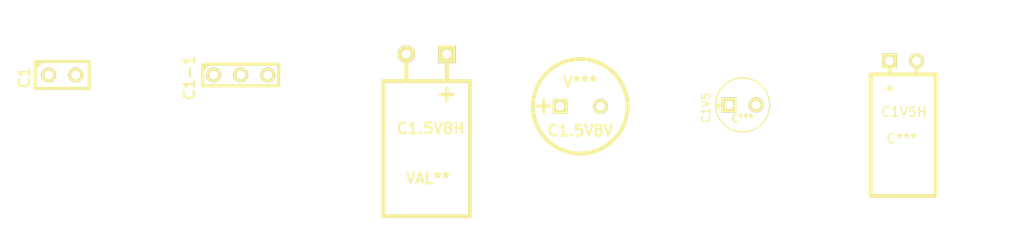
<source format=kicad_pcb>
(kicad_pcb (version 3) (host pcbnew "(2013-02-27 BZR 3976)-stable")

  (general
    (links 0)
    (no_connects 0)
    (area 0 0 0 0)
    (thickness 1.6)
    (drawings 18)
    (tracks 0)
    (zones 0)
    (modules 6)
    (nets 1)
  )

  (page A)
  (layers
    (15 F.Cu signal)
    (0 B.Cu signal)
    (16 B.Adhes user)
    (17 F.Adhes user)
    (18 B.Paste user)
    (19 F.Paste user)
    (20 B.SilkS user)
    (21 F.SilkS user)
    (22 B.Mask user)
    (23 F.Mask user)
    (24 Dwgs.User user)
    (25 Cmts.User user)
    (26 Eco1.User user)
    (27 Eco2.User user)
    (28 Edge.Cuts user)
  )

  (setup
    (last_trace_width 0.254)
    (trace_clearance 0.254)
    (zone_clearance 0.508)
    (zone_45_only no)
    (trace_min 0.254)
    (segment_width 0.2)
    (edge_width 0.15)
    (via_size 0.889)
    (via_drill 0.635)
    (via_min_size 0.889)
    (via_min_drill 0.508)
    (uvia_size 0.508)
    (uvia_drill 0.127)
    (uvias_allowed no)
    (uvia_min_size 0.508)
    (uvia_min_drill 0.127)
    (pcb_text_width 0.3)
    (pcb_text_size 1.5 1.5)
    (mod_edge_width 0.15)
    (mod_text_size 1.5 1.5)
    (mod_text_width 0.15)
    (pad_size 1.524 1.524)
    (pad_drill 0.762)
    (pad_to_mask_clearance 0.2)
    (aux_axis_origin 0 0)
    (visible_elements FFFFFFBF)
    (pcbplotparams
      (layerselection 3178497)
      (usegerberextensions true)
      (excludeedgelayer true)
      (linewidth 100000)
      (plotframeref false)
      (viasonmask false)
      (mode 1)
      (useauxorigin false)
      (hpglpennumber 1)
      (hpglpenspeed 20)
      (hpglpendiameter 15)
      (hpglpenoverlay 2)
      (psnegative false)
      (psa4output false)
      (plotreference true)
      (plotvalue true)
      (plotothertext true)
      (plotinvisibletext false)
      (padsonsilk false)
      (subtractmaskfromsilk false)
      (outputformat 1)
      (mirror false)
      (drillshape 1)
      (scaleselection 1)
      (outputdirectory ""))
  )

  (net 0 "")

  (net_class Default "This is the default net class."
    (clearance 0.254)
    (trace_width 0.254)
    (via_dia 0.889)
    (via_drill 0.635)
    (uvia_dia 0.508)
    (uvia_drill 0.127)
    (add_net "")
  )

  (module C1 (layer F.Cu) (tedit 513E1250) (tstamp 513E1D63)
    (at 19.029 20.452)
    (descr "Condensateur e = 1 pas")
    (tags C)
    (fp_text reference C1 (at -3.556 0.254 90) (layer F.SilkS)
      (effects (font (size 1.016 1.016) (thickness 0.2032)))
    )
    (fp_text value V*** (at 0 -2.286) (layer F.SilkS) hide
      (effects (font (size 1.016 1.016) (thickness 0.2032)))
    )
    (fp_line (start -2.4892 -1.27) (end 2.54 -1.27) (layer F.SilkS) (width 0.3048))
    (fp_line (start 2.54 -1.27) (end 2.54 1.27) (layer F.SilkS) (width 0.3048))
    (fp_line (start 2.54 1.27) (end -2.54 1.27) (layer F.SilkS) (width 0.3048))
    (fp_line (start -2.54 1.27) (end -2.54 -1.27) (layer F.SilkS) (width 0.3048))
    (fp_line (start -2.54 -0.635) (end -1.905 -1.27) (layer F.SilkS) (width 0.3048))
    (pad 1 thru_hole circle (at -1.27 0) (size 1.397 1.397) (drill 0.8128)
      (layers *.Cu *.Mask F.SilkS)
    )
    (pad 2 thru_hole circle (at 1.27 0) (size 1.397 1.397) (drill 0.8128)
      (layers *.Cu *.Mask F.SilkS)
    )
    (model discret/capa_1_pas.wrl
      (at (xyz 0 0 0))
      (scale (xyz 1 1 1))
      (rotate (xyz 0 0 0))
    )
  )

  (module C1-1 (layer F.Cu) (tedit 513E124A) (tstamp 513E2379)
    (at 35.793 20.452)
    (descr "Condensateur e = 1 ou 2 pas")
    (tags C)
    (fp_text reference C1-1 (at -4.826 0.254 90) (layer F.SilkS)
      (effects (font (size 1.016 1.016) (thickness 0.2032)))
    )
    (fp_text value C*** (at 0 2.032) (layer F.SilkS) hide
      (effects (font (size 1.016 1.016) (thickness 0.2032)))
    )
    (fp_line (start -3.556 -1.016) (end 3.556 -1.016) (layer F.SilkS) (width 0.3048))
    (fp_line (start 3.556 -1.016) (end 3.556 1.016) (layer F.SilkS) (width 0.3048))
    (fp_line (start 3.556 1.016) (end -3.556 1.016) (layer F.SilkS) (width 0.3048))
    (fp_line (start -3.556 1.016) (end -3.556 -1.016) (layer F.SilkS) (width 0.3048))
    (fp_line (start -3.556 -0.508) (end -3.048 -1.016) (layer F.SilkS) (width 0.3048))
    (pad 1 thru_hole circle (at -2.54 0) (size 1.397 1.397) (drill 0.8128)
      (layers *.Cu *.Mask F.SilkS)
    )
    (pad 2 thru_hole circle (at 2.54 0) (size 1.397 1.397) (drill 0.8128)
      (layers *.Cu *.Mask F.SilkS)
    )
    (pad 2 thru_hole circle (at 0 0) (size 1.397 1.397) (drill 0.8128)
      (layers *.Cu *.Mask F.SilkS)
    )
    (model discret/capa_2pas_5x5mm.wrl
      (at (xyz 0 0 0))
      (scale (xyz 1 1 1))
      (rotate (xyz 0 0 0))
    )
  )

  (module C1.5V8H (layer F.Cu) (tedit 41AF2D97) (tstamp 513E299F)
    (at 53.2428 18.4962)
    (fp_text reference C1.5V8H (at 0.381 6.985) (layer F.SilkS)
      (effects (font (size 1.016 1.016) (thickness 0.2032)))
    )
    (fp_text value VAL** (at 0.127 11.684) (layer F.SilkS)
      (effects (font (size 1.016 1.016) (thickness 0.2032)))
    )
    (fp_text user + (at 1.905 3.683) (layer F.SilkS)
      (effects (font (size 1.524 1.524) (thickness 0.3048)))
    )
    (fp_line (start -4.064 15.24) (end 4.064 15.24) (layer F.SilkS) (width 0.381))
    (fp_line (start 4.064 2.54) (end -4.064 2.54) (layer F.SilkS) (width 0.381))
    (fp_line (start -4.064 2.54) (end -4.064 15.24) (layer F.SilkS) (width 0.381))
    (fp_line (start 4.064 2.54) (end 4.064 15.24) (layer F.SilkS) (width 0.381))
    (fp_line (start -1.905 0) (end -1.905 2.54) (layer F.SilkS) (width 0.381))
    (fp_line (start 1.905 0) (end 1.905 2.54) (layer F.SilkS) (width 0.381))
    (pad 1 thru_hole rect (at 1.905 0) (size 1.651 1.651) (drill 0.8128)
      (layers *.Cu *.Mask F.SilkS)
    )
    (pad 2 thru_hole circle (at -1.905 0) (size 1.651 1.651) (drill 0.8128)
      (layers *.Cu *.Mask F.SilkS)
    )
    (model discret/c_horiz_c1v7.wrl
      (at (xyz 0 0 0))
      (scale (xyz 1.5 1.5 1.5))
      (rotate (xyz 0 0 0))
    )
  )

  (module C1.5V8V (layer F.Cu) (tedit 4512B232) (tstamp 513E2FA7)
    (at 67.67 23.3984)
    (fp_text reference C1.5V8V (at 0 2.286) (layer F.SilkS)
      (effects (font (size 1.016 1.016) (thickness 0.2032)))
    )
    (fp_text value V*** (at 0 -2.286) (layer F.SilkS)
      (effects (font (size 1.016 1.016) (thickness 0.2032)))
    )
    (fp_text user + (at -3.429 -0.127) (layer F.SilkS)
      (effects (font (size 1.524 1.524) (thickness 0.3048)))
    )
    (fp_circle (center 0 0) (end 0 4.445) (layer F.SilkS) (width 0.381))
    (pad 1 thru_hole rect (at -1.905 0) (size 1.397 1.397) (drill 0.8128)
      (layers *.Cu *.Mask F.SilkS)
    )
    (pad 2 thru_hole circle (at 1.905 0) (size 1.397 1.397) (drill 0.8128)
      (layers *.Cu *.Mask F.SilkS)
    )
    (model discret/c_vert_c1v8.wrl
      (at (xyz 0 0 0))
      (scale (xyz 1.5 1.5 1))
      (rotate (xyz 0 0 0))
    )
  )

  (module C1V5 (layer F.Cu) (tedit 513E13B8) (tstamp 513E35CD)
    (at 82.91 23.2714)
    (descr "Condensateur e = 1 pas")
    (tags C)
    (fp_text reference C1V5 (at -3.429 0.2794 90) (layer F.SilkS)
      (effects (font (size 0.762 0.762) (thickness 0.127)))
    )
    (fp_text value C*** (at 0 1.27) (layer F.SilkS)
      (effects (font (size 0.762 0.635) (thickness 0.127)))
    )
    (fp_text user + (at -2.286 0) (layer F.SilkS)
      (effects (font (size 0.762 0.762) (thickness 0.2032)))
    )
    (fp_circle (center 0 0) (end 0.127 -2.54) (layer F.SilkS) (width 0.127))
    (pad 1 thru_hole rect (at -1.27 0) (size 1.397 1.397) (drill 0.8128)
      (layers *.Cu *.Mask F.SilkS)
    )
    (pad 2 thru_hole circle (at 1.27 0) (size 1.397 1.397) (drill 0.8128)
      (layers *.Cu *.Mask F.SilkS)
    )
    (model discret/c_vert_c1v5.wrl
      (at (xyz 0 0 0))
      (scale (xyz 1 1 1))
      (rotate (xyz 0 0 0))
    )
  )

  (module C1V5H (layer F.Cu) (tedit 513E1431) (tstamp 513E3BDC)
    (at 97.9722 19.1312)
    (descr "Condensateur e = 1 pas")
    (tags C)
    (fp_text reference C1V5H (at 0.1016 4.8006) (layer F.SilkS)
      (effects (font (size 0.889 0.889) (thickness 0.127)))
    )
    (fp_text value C*** (at -0.1016 7.3152) (layer F.SilkS)
      (effects (font (size 0.889 0.889) (thickness 0.127)))
    )
    (fp_line (start -3.048 12.7) (end 3.048 12.7) (layer F.SilkS) (width 0.381))
    (fp_line (start -3.048 1.27) (end 3.048 1.27) (layer F.SilkS) (width 0.381))
    (fp_line (start -3.048 12.7) (end -3.048 1.27) (layer F.SilkS) (width 0.381))
    (fp_line (start 3.048 1.27) (end 3.048 12.7) (layer F.SilkS) (width 0.381))
    (fp_line (start -1.27 0) (end -1.27 1.27) (layer F.SilkS) (width 0.381))
    (fp_line (start 1.27 0) (end 1.27 1.27) (layer F.SilkS) (width 0.381))
    (fp_text user + (at -1.27 2.54) (layer F.SilkS)
      (effects (font (size 0.762 0.762) (thickness 0.2032)))
    )
    (pad 1 thru_hole rect (at -1.27 0) (size 1.397 1.397) (drill 0.8128)
      (layers *.Cu *.Mask F.SilkS)
    )
    (pad 2 thru_hole circle (at 1.27 0) (size 1.397 1.397) (drill 0.8128)
      (layers *.Cu *.Mask F.SilkS)
    )
    (model discret/c_horiz_c1v5.wrl
      (at (xyz 0 0 0))
      (scale (xyz 1 1 1))
      (rotate (xyz 0 0 0))
    )
  )

  (dimension 11.430452 (width 0.3) (layer Dwgs.User)
    (gr_text "0.4500 in" (at 93.014369 26.107775 270.5092824) (layer Dwgs.User)
      (effects (font (size 1.5 1.5) (thickness 0.3)))
    )
    (feature1 (pts (xy 94.8734 20.3758) (xy 91.613623 20.404775)))
    (feature2 (pts (xy 94.975 31.8058) (xy 91.715223 31.834775)))
    (crossbar (pts (xy 94.415116 31.810776) (xy 94.313516 20.380776)))
    (arrow1a (pts (xy 94.313516 20.380776) (xy 94.909926 21.502022)))
    (arrow1b (pts (xy 94.313516 20.380776) (xy 93.737132 21.512447)))
    (arrow2a (pts (xy 94.415116 31.810776) (xy 94.9915 30.679105)))
    (arrow2b (pts (xy 94.415116 31.810776) (xy 93.818706 30.68953)))
  )
  (dimension 12.700025 (width 0.3) (layer Dwgs.User)
    (gr_text "0.5000 in" (at 106.650986 25.496041 89.88540859) (layer Dwgs.User)
      (effects (font (size 1.5 1.5) (thickness 0.3)))
    )
    (feature1 (pts (xy 99.2168 31.8312) (xy 107.988283 31.848741)))
    (feature2 (pts (xy 99.2422 19.1312) (xy 108.013683 19.148741)))
    (crossbar (pts (xy 105.313689 19.143342) (xy 105.288289 31.843342)))
    (arrow1a (pts (xy 105.288289 31.843342) (xy 104.704123 30.715668)))
    (arrow1b (pts (xy 105.288289 31.843342) (xy 105.876961 30.718014)))
    (arrow2a (pts (xy 105.313689 19.143342) (xy 104.725017 20.26867)))
    (arrow2b (pts (xy 105.313689 19.143342) (xy 105.897855 20.271016)))
  )
  (dimension 6.070813 (width 0.3) (layer Dwgs.User)
    (gr_text "0.2390 in" (at 97.983326 34.602384 0.4794513988) (layer Dwgs.User)
      (effects (font (size 1.5 1.5) (thickness 0.3)))
    )
    (feature1 (pts (xy 100.9948 31.7296) (xy 101.029923 35.926937)))
    (feature2 (pts (xy 94.9242 31.7804) (xy 94.959323 35.977737)))
    (crossbar (pts (xy 94.93673 33.277832) (xy 101.00733 33.227032)))
    (arrow1a (pts (xy 101.00733 33.227032) (xy 99.885773 33.822858)))
    (arrow1b (pts (xy 101.00733 33.227032) (xy 99.875959 32.650059)))
    (arrow2a (pts (xy 94.93673 33.277832) (xy 96.068101 33.854805)))
    (arrow2b (pts (xy 94.93673 33.277832) (xy 96.058287 32.682006)))
  )
  (dimension 2.540508 (width 0.3) (layer Dwgs.User)
    (gr_text "0.1000 in" (at 97.902256 15.633997 1.145762838) (layer Dwgs.User)
      (effects (font (size 1.5 1.5) (thickness 0.3)))
    )
    (feature1 (pts (xy 99.2422 19.1058) (xy 99.145262 14.258867)))
    (feature2 (pts (xy 96.7022 19.1566) (xy 96.605262 14.309667)))
    (crossbar (pts (xy 96.659251 17.009127) (xy 99.199251 16.958327)))
    (arrow1a (pts (xy 99.199251 16.958327) (xy 98.084699 17.567156)))
    (arrow1b (pts (xy 99.199251 16.958327) (xy 98.061247 16.39455)))
    (arrow2a (pts (xy 96.659251 17.009127) (xy 97.797255 17.572904)))
    (arrow2b (pts (xy 96.659251 17.009127) (xy 97.773803 16.400298)))
  )
  (dimension 2.540508 (width 0.3) (layer Dwgs.User)
    (gr_text "0.1000 in" (at 83.067314 16.650221 358.8542372) (layer Dwgs.User)
      (effects (font (size 1.5 1.5) (thickness 0.3)))
    )
    (feature1 (pts (xy 81.6654 23.2206) (xy 81.824309 15.275091)))
    (feature2 (pts (xy 84.2054 23.2714) (xy 84.364309 15.325891)))
    (crossbar (pts (xy 84.31032 18.025351) (xy 81.77032 17.974551)))
    (arrow1a (pts (xy 81.77032 17.974551) (xy 82.908324 17.410774)))
    (arrow1b (pts (xy 81.77032 17.974551) (xy 82.884872 18.58338)))
    (arrow2a (pts (xy 84.31032 18.025351) (xy 83.195768 17.416522)))
    (arrow2b (pts (xy 84.31032 18.025351) (xy 83.172316 18.589128)))
  )
  (dimension 5.080254 (width 0.3) (layer Dwgs.User)
    (gr_text "0.2000 in" (at 88.675788 23.329057 89.4270613) (layer Dwgs.User)
      (effects (font (size 1.5 1.5) (thickness 0.3)))
    )
    (feature1 (pts (xy 82.8846 25.8114) (xy 90.000321 25.882556)))
    (feature2 (pts (xy 82.9354 20.7314) (xy 90.051121 20.802556)))
    (crossbar (pts (xy 87.351256 20.775558) (xy 87.300456 25.855558)))
    (arrow1a (pts (xy 87.300456 25.855558) (xy 86.72533 24.723247)))
    (arrow1b (pts (xy 87.300456 25.855558) (xy 87.898111 24.734975)))
    (arrow2a (pts (xy 87.351256 20.775558) (xy 86.753601 21.896141)))
    (arrow2b (pts (xy 87.351256 20.775558) (xy 87.926382 21.907869)))
  )
  (dimension 3.810339 (width 0.3) (layer Dwgs.User)
    (gr_text "0.1500 in" (at 67.566919 15.641743 0.7638984609) (layer Dwgs.User)
      (effects (font (size 1.5 1.5) (thickness 0.3)))
    )
    (feature1 (pts (xy 65.765 23.3984) (xy 65.643921 14.317264)))
    (feature2 (pts (xy 69.575 23.3476) (xy 69.453921 14.266464)))
    (crossbar (pts (xy 69.489917 16.966223) (xy 65.679917 17.017023)))
    (arrow1a (pts (xy 65.679917 17.017023) (xy 66.798502 16.415636)))
    (arrow1b (pts (xy 65.679917 17.017023) (xy 66.814138 17.588372)))
    (arrow2a (pts (xy 69.489917 16.966223) (xy 68.355696 16.394874)))
    (arrow2b (pts (xy 69.489917 16.966223) (xy 68.371332 17.56761)))
  )
  (dimension 8.788437 (width 0.3) (layer Dwgs.User)
    (gr_text "0.3460 in" (at 74.926105 23.394007 89.83440572) (layer Dwgs.User)
      (effects (font (size 1.5 1.5) (thickness 0.3)))
    )
    (feature1 (pts (xy 67.6446 27.7672) (xy 76.263399 27.792109)))
    (feature2 (pts (xy 67.67 18.9788) (xy 76.288799 19.003709)))
    (crossbar (pts (xy 73.588811 18.995906) (xy 73.563411 27.784306)))
    (arrow1a (pts (xy 73.563411 27.784306) (xy 72.980249 26.656113)))
    (arrow1b (pts (xy 73.563411 27.784306) (xy 74.153085 26.659502)))
    (arrow2a (pts (xy 73.588811 18.995906) (xy 72.999137 20.12071)))
    (arrow2b (pts (xy 73.588811 18.995906) (xy 74.171973 20.124099)))
  )
  (dimension 15.138485 (width 0.3) (layer Dwgs.User)
    (gr_text "0.5960 in" (at 60.359911 26.108374 89.80773301) (layer Dwgs.User)
      (effects (font (size 1.5 1.5) (thickness 0.3)))
    )
    (feature1 (pts (xy 55.097 33.66) (xy 61.684503 33.682104)))
    (feature2 (pts (xy 55.1478 18.5216) (xy 61.735303 18.543704)))
    (crossbar (pts (xy 59.035319 18.534644) (xy 58.984519 33.673044)))
    (arrow1a (pts (xy 58.984519 33.673044) (xy 58.401882 32.544579)))
    (arrow1b (pts (xy 58.984519 33.673044) (xy 59.574716 32.548515)))
    (arrow2a (pts (xy 59.035319 18.534644) (xy 58.445122 19.659173)))
    (arrow2b (pts (xy 59.035319 18.534644) (xy 59.617956 19.663109)))
  )
  (dimension 8.07736 (width 0.3) (layer Dwgs.User)
    (gr_text "0.3180 in" (at 53.248362 36.865219 359.6396539) (layer Dwgs.User)
      (effects (font (size 1.5 1.5) (thickness 0.3)))
    )
    (feature1 (pts (xy 57.3068 33.7362) (xy 57.278472 38.240592)))
    (feature2 (pts (xy 49.2296 33.6854) (xy 49.201272 38.189792)))
    (crossbar (pts (xy 49.218252 35.489846) (xy 57.295452 35.540646)))
    (arrow1a (pts (xy 57.295452 35.540646) (xy 56.165283 36.11997)))
    (arrow1b (pts (xy 57.295452 35.540646) (xy 56.172659 34.947153)))
    (arrow2a (pts (xy 49.218252 35.489846) (xy 50.341045 36.083339)))
    (arrow2b (pts (xy 49.218252 35.489846) (xy 50.348421 34.910522)))
  )
  (dimension 12.674625 (width 0.3) (layer Dwgs.User)
    (gr_text "0.4990 in" (at 46.647912 27.378546 270.114821) (layer Dwgs.User)
      (effects (font (size 1.5 1.5) (thickness 0.3)))
    )
    (feature1 (pts (xy 49.1534 21.0362) (xy 45.285215 21.043951)))
    (feature2 (pts (xy 49.1788 33.7108) (xy 45.310615 33.718551)))
    (crossbar (pts (xy 48.010609 33.713141) (xy 47.985209 21.038541)))
    (arrow1a (pts (xy 47.985209 21.038541) (xy 48.573886 22.163867)))
    (arrow1b (pts (xy 47.985209 21.038541) (xy 47.401047 22.166217)))
    (arrow2a (pts (xy 48.010609 33.713141) (xy 48.594771 32.585465)))
    (arrow2b (pts (xy 48.010609 33.713141) (xy 47.421932 32.587815)))
  )
  (dimension 3.810085 (width 0.3) (layer Dwgs.User)
    (gr_text "0.1500 in" (at 53.226851 15.252961 0.3819662047) (layer Dwgs.User)
      (effects (font (size 1.5 1.5) (thickness 0.3)))
    )
    (feature1 (pts (xy 55.1478 17.6326) (xy 55.122852 13.890292)))
    (feature2 (pts (xy 51.3378 17.658) (xy 51.312852 13.915692)))
    (crossbar (pts (xy 51.330851 16.615631) (xy 55.140851 16.590231)))
    (arrow1a (pts (xy 55.140851 16.590231) (xy 54.018282 17.184148)))
    (arrow1b (pts (xy 55.140851 16.590231) (xy 54.010463 16.011334)))
    (arrow2a (pts (xy 51.330851 16.615631) (xy 52.461239 17.194528)))
    (arrow2b (pts (xy 51.330851 16.615631) (xy 52.45342 16.021714)))
  )
  (dimension 2.54 (width 0.3) (layer Dwgs.User)
    (gr_text "0.1000 in" (at 34.523 25.357999) (layer Dwgs.User)
      (effects (font (size 1.5 1.5) (thickness 0.3)))
    )
    (feature1 (pts (xy 35.793 20.452) (xy 35.793 26.707999)))
    (feature2 (pts (xy 33.253 20.452) (xy 33.253 26.707999)))
    (crossbar (pts (xy 33.253 24.007999) (xy 35.793 24.007999)))
    (arrow1a (pts (xy 35.793 24.007999) (xy 34.666497 24.594419)))
    (arrow1b (pts (xy 35.793 24.007999) (xy 34.666497 23.421579)))
    (arrow2a (pts (xy 33.253 24.007999) (xy 34.379503 24.594419)))
    (arrow2b (pts (xy 33.253 24.007999) (xy 34.379503 23.421579)))
  )
  (dimension 7.112 (width 0.3) (layer Dwgs.User)
    (gr_text "0.2800 in" (at 35.793 15.800001) (layer Dwgs.User)
      (effects (font (size 1.5 1.5) (thickness 0.3)))
    )
    (feature1 (pts (xy 32.237 19.436) (xy 32.237 14.450001)))
    (feature2 (pts (xy 39.349 19.436) (xy 39.349 14.450001)))
    (crossbar (pts (xy 39.349 17.150001) (xy 32.237 17.150001)))
    (arrow1a (pts (xy 32.237 17.150001) (xy 33.363503 16.563581)))
    (arrow1b (pts (xy 32.237 17.150001) (xy 33.363503 17.736421)))
    (arrow2a (pts (xy 39.349 17.150001) (xy 38.222497 16.563581)))
    (arrow2b (pts (xy 39.349 17.150001) (xy 38.222497 17.736421)))
  )
  (dimension 2.032 (width 0.3) (layer Dwgs.User)
    (gr_text "0.0800 in" (at 42.731 20.452 90) (layer Dwgs.User)
      (effects (font (size 1.5 1.5) (thickness 0.3)))
    )
    (feature1 (pts (xy 39.349 19.436) (xy 44.081 19.436)))
    (feature2 (pts (xy 39.349 21.468) (xy 44.081 21.468)))
    (crossbar (pts (xy 41.381 21.468) (xy 41.381 19.436)))
    (arrow1a (pts (xy 41.381 19.436) (xy 41.96742 20.562503)))
    (arrow1b (pts (xy 41.381 19.436) (xy 40.79458 20.562503)))
    (arrow2a (pts (xy 41.381 21.468) (xy 41.96742 20.341497)))
    (arrow2b (pts (xy 41.381 21.468) (xy 40.79458 20.341497)))
  )
  (dimension 5.08 (width 0.3) (layer Dwgs.User)
    (gr_text "0.2000 in" (at 19.029 15.546001) (layer Dwgs.User)
      (effects (font (size 1.5 1.5) (thickness 0.3)))
    )
    (feature1 (pts (xy 16.489 19.182) (xy 16.489 14.196001)))
    (feature2 (pts (xy 21.569 19.182) (xy 21.569 14.196001)))
    (crossbar (pts (xy 21.569 16.896001) (xy 16.489 16.896001)))
    (arrow1a (pts (xy 16.489 16.896001) (xy 17.615503 16.309581)))
    (arrow1b (pts (xy 16.489 16.896001) (xy 17.615503 17.482421)))
    (arrow2a (pts (xy 21.569 16.896001) (xy 20.442497 16.309581)))
    (arrow2b (pts (xy 21.569 16.896001) (xy 20.442497 17.482421)))
  )
  (dimension 2.54 (width 0.3) (layer Dwgs.User)
    (gr_text "0.1000 in" (at 25.713 20.452 90) (layer Dwgs.User)
      (effects (font (size 1.5 1.5) (thickness 0.3)))
    )
    (feature1 (pts (xy 21.569 19.182) (xy 27.063 19.182)))
    (feature2 (pts (xy 21.569 21.722) (xy 27.063 21.722)))
    (crossbar (pts (xy 24.363 21.722) (xy 24.363 19.182)))
    (arrow1a (pts (xy 24.363 19.182) (xy 24.94942 20.308503)))
    (arrow1b (pts (xy 24.363 19.182) (xy 23.77658 20.308503)))
    (arrow2a (pts (xy 24.363 21.722) (xy 24.94942 20.595497)))
    (arrow2b (pts (xy 24.363 21.722) (xy 23.77658 20.595497)))
  )
  (dimension 2.54 (width 0.3) (layer Dwgs.User)
    (gr_text "0.1000 in" (at 19.029 24.087999) (layer Dwgs.User)
      (effects (font (size 1.5 1.5) (thickness 0.3)))
    )
    (feature1 (pts (xy 20.299 20.452) (xy 20.299 25.437999)))
    (feature2 (pts (xy 17.759 20.452) (xy 17.759 25.437999)))
    (crossbar (pts (xy 17.759 22.737999) (xy 20.299 22.737999)))
    (arrow1a (pts (xy 20.299 22.737999) (xy 19.172497 23.324419)))
    (arrow1b (pts (xy 20.299 22.737999) (xy 19.172497 22.151579)))
    (arrow2a (pts (xy 17.759 22.737999) (xy 18.885503 23.324419)))
    (arrow2b (pts (xy 17.759 22.737999) (xy 18.885503 22.151579)))
  )

)

</source>
